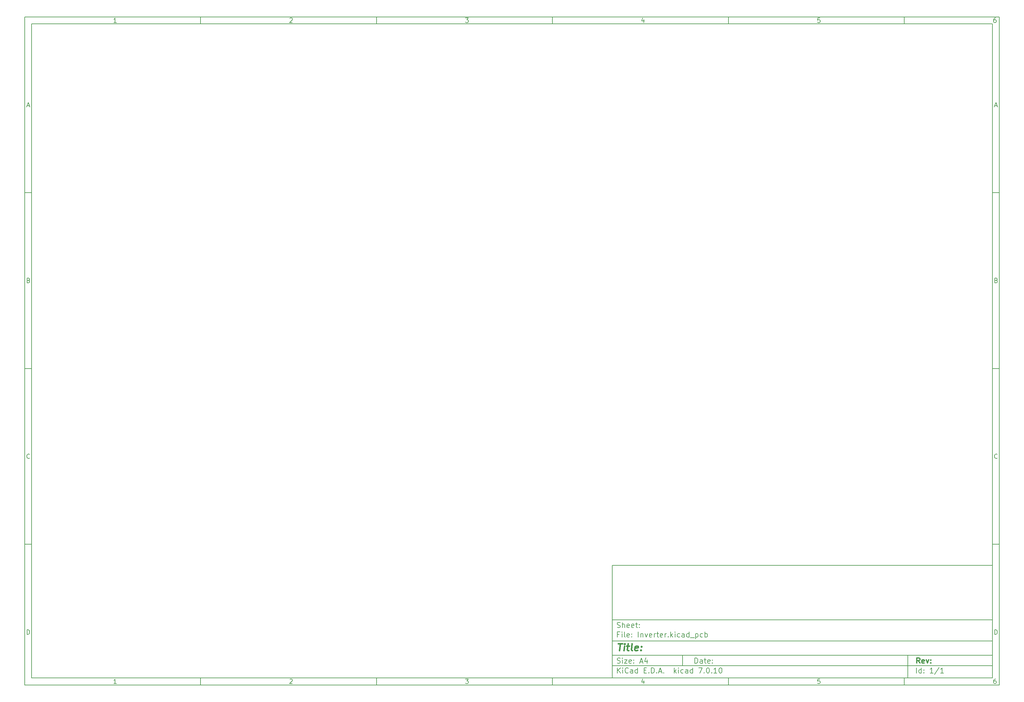
<source format=gbr>
%TF.GenerationSoftware,KiCad,Pcbnew,7.0.10*%
%TF.CreationDate,2024-05-18T21:04:01+03:00*%
%TF.ProjectId,Inverter,496e7665-7274-4657-922e-6b696361645f,rev?*%
%TF.SameCoordinates,Original*%
%TF.FileFunction,Legend,Bot*%
%TF.FilePolarity,Positive*%
%FSLAX46Y46*%
G04 Gerber Fmt 4.6, Leading zero omitted, Abs format (unit mm)*
G04 Created by KiCad (PCBNEW 7.0.10) date 2024-05-18 21:04:01*
%MOMM*%
%LPD*%
G01*
G04 APERTURE LIST*
%ADD10C,0.100000*%
%ADD11C,0.150000*%
%ADD12C,0.300000*%
%ADD13C,0.400000*%
G04 APERTURE END LIST*
D10*
D11*
X177002200Y-166007200D02*
X285002200Y-166007200D01*
X285002200Y-198007200D01*
X177002200Y-198007200D01*
X177002200Y-166007200D01*
D10*
D11*
X10000000Y-10000000D02*
X287002200Y-10000000D01*
X287002200Y-200007200D01*
X10000000Y-200007200D01*
X10000000Y-10000000D01*
D10*
D11*
X12000000Y-12000000D02*
X285002200Y-12000000D01*
X285002200Y-198007200D01*
X12000000Y-198007200D01*
X12000000Y-12000000D01*
D10*
D11*
X60000000Y-12000000D02*
X60000000Y-10000000D01*
D10*
D11*
X110000000Y-12000000D02*
X110000000Y-10000000D01*
D10*
D11*
X160000000Y-12000000D02*
X160000000Y-10000000D01*
D10*
D11*
X210000000Y-12000000D02*
X210000000Y-10000000D01*
D10*
D11*
X260000000Y-12000000D02*
X260000000Y-10000000D01*
D10*
D11*
X36089160Y-11593604D02*
X35346303Y-11593604D01*
X35717731Y-11593604D02*
X35717731Y-10293604D01*
X35717731Y-10293604D02*
X35593922Y-10479319D01*
X35593922Y-10479319D02*
X35470112Y-10603128D01*
X35470112Y-10603128D02*
X35346303Y-10665033D01*
D10*
D11*
X85346303Y-10417414D02*
X85408207Y-10355509D01*
X85408207Y-10355509D02*
X85532017Y-10293604D01*
X85532017Y-10293604D02*
X85841541Y-10293604D01*
X85841541Y-10293604D02*
X85965350Y-10355509D01*
X85965350Y-10355509D02*
X86027255Y-10417414D01*
X86027255Y-10417414D02*
X86089160Y-10541223D01*
X86089160Y-10541223D02*
X86089160Y-10665033D01*
X86089160Y-10665033D02*
X86027255Y-10850747D01*
X86027255Y-10850747D02*
X85284398Y-11593604D01*
X85284398Y-11593604D02*
X86089160Y-11593604D01*
D10*
D11*
X135284398Y-10293604D02*
X136089160Y-10293604D01*
X136089160Y-10293604D02*
X135655826Y-10788842D01*
X135655826Y-10788842D02*
X135841541Y-10788842D01*
X135841541Y-10788842D02*
X135965350Y-10850747D01*
X135965350Y-10850747D02*
X136027255Y-10912652D01*
X136027255Y-10912652D02*
X136089160Y-11036461D01*
X136089160Y-11036461D02*
X136089160Y-11345985D01*
X136089160Y-11345985D02*
X136027255Y-11469795D01*
X136027255Y-11469795D02*
X135965350Y-11531700D01*
X135965350Y-11531700D02*
X135841541Y-11593604D01*
X135841541Y-11593604D02*
X135470112Y-11593604D01*
X135470112Y-11593604D02*
X135346303Y-11531700D01*
X135346303Y-11531700D02*
X135284398Y-11469795D01*
D10*
D11*
X185965350Y-10726938D02*
X185965350Y-11593604D01*
X185655826Y-10231700D02*
X185346303Y-11160271D01*
X185346303Y-11160271D02*
X186151064Y-11160271D01*
D10*
D11*
X236027255Y-10293604D02*
X235408207Y-10293604D01*
X235408207Y-10293604D02*
X235346303Y-10912652D01*
X235346303Y-10912652D02*
X235408207Y-10850747D01*
X235408207Y-10850747D02*
X235532017Y-10788842D01*
X235532017Y-10788842D02*
X235841541Y-10788842D01*
X235841541Y-10788842D02*
X235965350Y-10850747D01*
X235965350Y-10850747D02*
X236027255Y-10912652D01*
X236027255Y-10912652D02*
X236089160Y-11036461D01*
X236089160Y-11036461D02*
X236089160Y-11345985D01*
X236089160Y-11345985D02*
X236027255Y-11469795D01*
X236027255Y-11469795D02*
X235965350Y-11531700D01*
X235965350Y-11531700D02*
X235841541Y-11593604D01*
X235841541Y-11593604D02*
X235532017Y-11593604D01*
X235532017Y-11593604D02*
X235408207Y-11531700D01*
X235408207Y-11531700D02*
X235346303Y-11469795D01*
D10*
D11*
X285965350Y-10293604D02*
X285717731Y-10293604D01*
X285717731Y-10293604D02*
X285593922Y-10355509D01*
X285593922Y-10355509D02*
X285532017Y-10417414D01*
X285532017Y-10417414D02*
X285408207Y-10603128D01*
X285408207Y-10603128D02*
X285346303Y-10850747D01*
X285346303Y-10850747D02*
X285346303Y-11345985D01*
X285346303Y-11345985D02*
X285408207Y-11469795D01*
X285408207Y-11469795D02*
X285470112Y-11531700D01*
X285470112Y-11531700D02*
X285593922Y-11593604D01*
X285593922Y-11593604D02*
X285841541Y-11593604D01*
X285841541Y-11593604D02*
X285965350Y-11531700D01*
X285965350Y-11531700D02*
X286027255Y-11469795D01*
X286027255Y-11469795D02*
X286089160Y-11345985D01*
X286089160Y-11345985D02*
X286089160Y-11036461D01*
X286089160Y-11036461D02*
X286027255Y-10912652D01*
X286027255Y-10912652D02*
X285965350Y-10850747D01*
X285965350Y-10850747D02*
X285841541Y-10788842D01*
X285841541Y-10788842D02*
X285593922Y-10788842D01*
X285593922Y-10788842D02*
X285470112Y-10850747D01*
X285470112Y-10850747D02*
X285408207Y-10912652D01*
X285408207Y-10912652D02*
X285346303Y-11036461D01*
D10*
D11*
X60000000Y-198007200D02*
X60000000Y-200007200D01*
D10*
D11*
X110000000Y-198007200D02*
X110000000Y-200007200D01*
D10*
D11*
X160000000Y-198007200D02*
X160000000Y-200007200D01*
D10*
D11*
X210000000Y-198007200D02*
X210000000Y-200007200D01*
D10*
D11*
X260000000Y-198007200D02*
X260000000Y-200007200D01*
D10*
D11*
X36089160Y-199600804D02*
X35346303Y-199600804D01*
X35717731Y-199600804D02*
X35717731Y-198300804D01*
X35717731Y-198300804D02*
X35593922Y-198486519D01*
X35593922Y-198486519D02*
X35470112Y-198610328D01*
X35470112Y-198610328D02*
X35346303Y-198672233D01*
D10*
D11*
X85346303Y-198424614D02*
X85408207Y-198362709D01*
X85408207Y-198362709D02*
X85532017Y-198300804D01*
X85532017Y-198300804D02*
X85841541Y-198300804D01*
X85841541Y-198300804D02*
X85965350Y-198362709D01*
X85965350Y-198362709D02*
X86027255Y-198424614D01*
X86027255Y-198424614D02*
X86089160Y-198548423D01*
X86089160Y-198548423D02*
X86089160Y-198672233D01*
X86089160Y-198672233D02*
X86027255Y-198857947D01*
X86027255Y-198857947D02*
X85284398Y-199600804D01*
X85284398Y-199600804D02*
X86089160Y-199600804D01*
D10*
D11*
X135284398Y-198300804D02*
X136089160Y-198300804D01*
X136089160Y-198300804D02*
X135655826Y-198796042D01*
X135655826Y-198796042D02*
X135841541Y-198796042D01*
X135841541Y-198796042D02*
X135965350Y-198857947D01*
X135965350Y-198857947D02*
X136027255Y-198919852D01*
X136027255Y-198919852D02*
X136089160Y-199043661D01*
X136089160Y-199043661D02*
X136089160Y-199353185D01*
X136089160Y-199353185D02*
X136027255Y-199476995D01*
X136027255Y-199476995D02*
X135965350Y-199538900D01*
X135965350Y-199538900D02*
X135841541Y-199600804D01*
X135841541Y-199600804D02*
X135470112Y-199600804D01*
X135470112Y-199600804D02*
X135346303Y-199538900D01*
X135346303Y-199538900D02*
X135284398Y-199476995D01*
D10*
D11*
X185965350Y-198734138D02*
X185965350Y-199600804D01*
X185655826Y-198238900D02*
X185346303Y-199167471D01*
X185346303Y-199167471D02*
X186151064Y-199167471D01*
D10*
D11*
X236027255Y-198300804D02*
X235408207Y-198300804D01*
X235408207Y-198300804D02*
X235346303Y-198919852D01*
X235346303Y-198919852D02*
X235408207Y-198857947D01*
X235408207Y-198857947D02*
X235532017Y-198796042D01*
X235532017Y-198796042D02*
X235841541Y-198796042D01*
X235841541Y-198796042D02*
X235965350Y-198857947D01*
X235965350Y-198857947D02*
X236027255Y-198919852D01*
X236027255Y-198919852D02*
X236089160Y-199043661D01*
X236089160Y-199043661D02*
X236089160Y-199353185D01*
X236089160Y-199353185D02*
X236027255Y-199476995D01*
X236027255Y-199476995D02*
X235965350Y-199538900D01*
X235965350Y-199538900D02*
X235841541Y-199600804D01*
X235841541Y-199600804D02*
X235532017Y-199600804D01*
X235532017Y-199600804D02*
X235408207Y-199538900D01*
X235408207Y-199538900D02*
X235346303Y-199476995D01*
D10*
D11*
X285965350Y-198300804D02*
X285717731Y-198300804D01*
X285717731Y-198300804D02*
X285593922Y-198362709D01*
X285593922Y-198362709D02*
X285532017Y-198424614D01*
X285532017Y-198424614D02*
X285408207Y-198610328D01*
X285408207Y-198610328D02*
X285346303Y-198857947D01*
X285346303Y-198857947D02*
X285346303Y-199353185D01*
X285346303Y-199353185D02*
X285408207Y-199476995D01*
X285408207Y-199476995D02*
X285470112Y-199538900D01*
X285470112Y-199538900D02*
X285593922Y-199600804D01*
X285593922Y-199600804D02*
X285841541Y-199600804D01*
X285841541Y-199600804D02*
X285965350Y-199538900D01*
X285965350Y-199538900D02*
X286027255Y-199476995D01*
X286027255Y-199476995D02*
X286089160Y-199353185D01*
X286089160Y-199353185D02*
X286089160Y-199043661D01*
X286089160Y-199043661D02*
X286027255Y-198919852D01*
X286027255Y-198919852D02*
X285965350Y-198857947D01*
X285965350Y-198857947D02*
X285841541Y-198796042D01*
X285841541Y-198796042D02*
X285593922Y-198796042D01*
X285593922Y-198796042D02*
X285470112Y-198857947D01*
X285470112Y-198857947D02*
X285408207Y-198919852D01*
X285408207Y-198919852D02*
X285346303Y-199043661D01*
D10*
D11*
X10000000Y-60000000D02*
X12000000Y-60000000D01*
D10*
D11*
X10000000Y-110000000D02*
X12000000Y-110000000D01*
D10*
D11*
X10000000Y-160000000D02*
X12000000Y-160000000D01*
D10*
D11*
X10690476Y-35222176D02*
X11309523Y-35222176D01*
X10566666Y-35593604D02*
X10999999Y-34293604D01*
X10999999Y-34293604D02*
X11433333Y-35593604D01*
D10*
D11*
X11092857Y-84912652D02*
X11278571Y-84974557D01*
X11278571Y-84974557D02*
X11340476Y-85036461D01*
X11340476Y-85036461D02*
X11402380Y-85160271D01*
X11402380Y-85160271D02*
X11402380Y-85345985D01*
X11402380Y-85345985D02*
X11340476Y-85469795D01*
X11340476Y-85469795D02*
X11278571Y-85531700D01*
X11278571Y-85531700D02*
X11154761Y-85593604D01*
X11154761Y-85593604D02*
X10659523Y-85593604D01*
X10659523Y-85593604D02*
X10659523Y-84293604D01*
X10659523Y-84293604D02*
X11092857Y-84293604D01*
X11092857Y-84293604D02*
X11216666Y-84355509D01*
X11216666Y-84355509D02*
X11278571Y-84417414D01*
X11278571Y-84417414D02*
X11340476Y-84541223D01*
X11340476Y-84541223D02*
X11340476Y-84665033D01*
X11340476Y-84665033D02*
X11278571Y-84788842D01*
X11278571Y-84788842D02*
X11216666Y-84850747D01*
X11216666Y-84850747D02*
X11092857Y-84912652D01*
X11092857Y-84912652D02*
X10659523Y-84912652D01*
D10*
D11*
X11402380Y-135469795D02*
X11340476Y-135531700D01*
X11340476Y-135531700D02*
X11154761Y-135593604D01*
X11154761Y-135593604D02*
X11030952Y-135593604D01*
X11030952Y-135593604D02*
X10845238Y-135531700D01*
X10845238Y-135531700D02*
X10721428Y-135407890D01*
X10721428Y-135407890D02*
X10659523Y-135284080D01*
X10659523Y-135284080D02*
X10597619Y-135036461D01*
X10597619Y-135036461D02*
X10597619Y-134850747D01*
X10597619Y-134850747D02*
X10659523Y-134603128D01*
X10659523Y-134603128D02*
X10721428Y-134479319D01*
X10721428Y-134479319D02*
X10845238Y-134355509D01*
X10845238Y-134355509D02*
X11030952Y-134293604D01*
X11030952Y-134293604D02*
X11154761Y-134293604D01*
X11154761Y-134293604D02*
X11340476Y-134355509D01*
X11340476Y-134355509D02*
X11402380Y-134417414D01*
D10*
D11*
X10659523Y-185593604D02*
X10659523Y-184293604D01*
X10659523Y-184293604D02*
X10969047Y-184293604D01*
X10969047Y-184293604D02*
X11154761Y-184355509D01*
X11154761Y-184355509D02*
X11278571Y-184479319D01*
X11278571Y-184479319D02*
X11340476Y-184603128D01*
X11340476Y-184603128D02*
X11402380Y-184850747D01*
X11402380Y-184850747D02*
X11402380Y-185036461D01*
X11402380Y-185036461D02*
X11340476Y-185284080D01*
X11340476Y-185284080D02*
X11278571Y-185407890D01*
X11278571Y-185407890D02*
X11154761Y-185531700D01*
X11154761Y-185531700D02*
X10969047Y-185593604D01*
X10969047Y-185593604D02*
X10659523Y-185593604D01*
D10*
D11*
X287002200Y-60000000D02*
X285002200Y-60000000D01*
D10*
D11*
X287002200Y-110000000D02*
X285002200Y-110000000D01*
D10*
D11*
X287002200Y-160000000D02*
X285002200Y-160000000D01*
D10*
D11*
X285692676Y-35222176D02*
X286311723Y-35222176D01*
X285568866Y-35593604D02*
X286002199Y-34293604D01*
X286002199Y-34293604D02*
X286435533Y-35593604D01*
D10*
D11*
X286095057Y-84912652D02*
X286280771Y-84974557D01*
X286280771Y-84974557D02*
X286342676Y-85036461D01*
X286342676Y-85036461D02*
X286404580Y-85160271D01*
X286404580Y-85160271D02*
X286404580Y-85345985D01*
X286404580Y-85345985D02*
X286342676Y-85469795D01*
X286342676Y-85469795D02*
X286280771Y-85531700D01*
X286280771Y-85531700D02*
X286156961Y-85593604D01*
X286156961Y-85593604D02*
X285661723Y-85593604D01*
X285661723Y-85593604D02*
X285661723Y-84293604D01*
X285661723Y-84293604D02*
X286095057Y-84293604D01*
X286095057Y-84293604D02*
X286218866Y-84355509D01*
X286218866Y-84355509D02*
X286280771Y-84417414D01*
X286280771Y-84417414D02*
X286342676Y-84541223D01*
X286342676Y-84541223D02*
X286342676Y-84665033D01*
X286342676Y-84665033D02*
X286280771Y-84788842D01*
X286280771Y-84788842D02*
X286218866Y-84850747D01*
X286218866Y-84850747D02*
X286095057Y-84912652D01*
X286095057Y-84912652D02*
X285661723Y-84912652D01*
D10*
D11*
X286404580Y-135469795D02*
X286342676Y-135531700D01*
X286342676Y-135531700D02*
X286156961Y-135593604D01*
X286156961Y-135593604D02*
X286033152Y-135593604D01*
X286033152Y-135593604D02*
X285847438Y-135531700D01*
X285847438Y-135531700D02*
X285723628Y-135407890D01*
X285723628Y-135407890D02*
X285661723Y-135284080D01*
X285661723Y-135284080D02*
X285599819Y-135036461D01*
X285599819Y-135036461D02*
X285599819Y-134850747D01*
X285599819Y-134850747D02*
X285661723Y-134603128D01*
X285661723Y-134603128D02*
X285723628Y-134479319D01*
X285723628Y-134479319D02*
X285847438Y-134355509D01*
X285847438Y-134355509D02*
X286033152Y-134293604D01*
X286033152Y-134293604D02*
X286156961Y-134293604D01*
X286156961Y-134293604D02*
X286342676Y-134355509D01*
X286342676Y-134355509D02*
X286404580Y-134417414D01*
D10*
D11*
X285661723Y-185593604D02*
X285661723Y-184293604D01*
X285661723Y-184293604D02*
X285971247Y-184293604D01*
X285971247Y-184293604D02*
X286156961Y-184355509D01*
X286156961Y-184355509D02*
X286280771Y-184479319D01*
X286280771Y-184479319D02*
X286342676Y-184603128D01*
X286342676Y-184603128D02*
X286404580Y-184850747D01*
X286404580Y-184850747D02*
X286404580Y-185036461D01*
X286404580Y-185036461D02*
X286342676Y-185284080D01*
X286342676Y-185284080D02*
X286280771Y-185407890D01*
X286280771Y-185407890D02*
X286156961Y-185531700D01*
X286156961Y-185531700D02*
X285971247Y-185593604D01*
X285971247Y-185593604D02*
X285661723Y-185593604D01*
D10*
D11*
X200458026Y-193793328D02*
X200458026Y-192293328D01*
X200458026Y-192293328D02*
X200815169Y-192293328D01*
X200815169Y-192293328D02*
X201029455Y-192364757D01*
X201029455Y-192364757D02*
X201172312Y-192507614D01*
X201172312Y-192507614D02*
X201243741Y-192650471D01*
X201243741Y-192650471D02*
X201315169Y-192936185D01*
X201315169Y-192936185D02*
X201315169Y-193150471D01*
X201315169Y-193150471D02*
X201243741Y-193436185D01*
X201243741Y-193436185D02*
X201172312Y-193579042D01*
X201172312Y-193579042D02*
X201029455Y-193721900D01*
X201029455Y-193721900D02*
X200815169Y-193793328D01*
X200815169Y-193793328D02*
X200458026Y-193793328D01*
X202600884Y-193793328D02*
X202600884Y-193007614D01*
X202600884Y-193007614D02*
X202529455Y-192864757D01*
X202529455Y-192864757D02*
X202386598Y-192793328D01*
X202386598Y-192793328D02*
X202100884Y-192793328D01*
X202100884Y-192793328D02*
X201958026Y-192864757D01*
X202600884Y-193721900D02*
X202458026Y-193793328D01*
X202458026Y-193793328D02*
X202100884Y-193793328D01*
X202100884Y-193793328D02*
X201958026Y-193721900D01*
X201958026Y-193721900D02*
X201886598Y-193579042D01*
X201886598Y-193579042D02*
X201886598Y-193436185D01*
X201886598Y-193436185D02*
X201958026Y-193293328D01*
X201958026Y-193293328D02*
X202100884Y-193221900D01*
X202100884Y-193221900D02*
X202458026Y-193221900D01*
X202458026Y-193221900D02*
X202600884Y-193150471D01*
X203100884Y-192793328D02*
X203672312Y-192793328D01*
X203315169Y-192293328D02*
X203315169Y-193579042D01*
X203315169Y-193579042D02*
X203386598Y-193721900D01*
X203386598Y-193721900D02*
X203529455Y-193793328D01*
X203529455Y-193793328D02*
X203672312Y-193793328D01*
X204743741Y-193721900D02*
X204600884Y-193793328D01*
X204600884Y-193793328D02*
X204315170Y-193793328D01*
X204315170Y-193793328D02*
X204172312Y-193721900D01*
X204172312Y-193721900D02*
X204100884Y-193579042D01*
X204100884Y-193579042D02*
X204100884Y-193007614D01*
X204100884Y-193007614D02*
X204172312Y-192864757D01*
X204172312Y-192864757D02*
X204315170Y-192793328D01*
X204315170Y-192793328D02*
X204600884Y-192793328D01*
X204600884Y-192793328D02*
X204743741Y-192864757D01*
X204743741Y-192864757D02*
X204815170Y-193007614D01*
X204815170Y-193007614D02*
X204815170Y-193150471D01*
X204815170Y-193150471D02*
X204100884Y-193293328D01*
X205458026Y-193650471D02*
X205529455Y-193721900D01*
X205529455Y-193721900D02*
X205458026Y-193793328D01*
X205458026Y-193793328D02*
X205386598Y-193721900D01*
X205386598Y-193721900D02*
X205458026Y-193650471D01*
X205458026Y-193650471D02*
X205458026Y-193793328D01*
X205458026Y-192864757D02*
X205529455Y-192936185D01*
X205529455Y-192936185D02*
X205458026Y-193007614D01*
X205458026Y-193007614D02*
X205386598Y-192936185D01*
X205386598Y-192936185D02*
X205458026Y-192864757D01*
X205458026Y-192864757D02*
X205458026Y-193007614D01*
D10*
D11*
X177002200Y-194507200D02*
X285002200Y-194507200D01*
D10*
D11*
X178458026Y-196593328D02*
X178458026Y-195093328D01*
X179315169Y-196593328D02*
X178672312Y-195736185D01*
X179315169Y-195093328D02*
X178458026Y-195950471D01*
X179958026Y-196593328D02*
X179958026Y-195593328D01*
X179958026Y-195093328D02*
X179886598Y-195164757D01*
X179886598Y-195164757D02*
X179958026Y-195236185D01*
X179958026Y-195236185D02*
X180029455Y-195164757D01*
X180029455Y-195164757D02*
X179958026Y-195093328D01*
X179958026Y-195093328D02*
X179958026Y-195236185D01*
X181529455Y-196450471D02*
X181458027Y-196521900D01*
X181458027Y-196521900D02*
X181243741Y-196593328D01*
X181243741Y-196593328D02*
X181100884Y-196593328D01*
X181100884Y-196593328D02*
X180886598Y-196521900D01*
X180886598Y-196521900D02*
X180743741Y-196379042D01*
X180743741Y-196379042D02*
X180672312Y-196236185D01*
X180672312Y-196236185D02*
X180600884Y-195950471D01*
X180600884Y-195950471D02*
X180600884Y-195736185D01*
X180600884Y-195736185D02*
X180672312Y-195450471D01*
X180672312Y-195450471D02*
X180743741Y-195307614D01*
X180743741Y-195307614D02*
X180886598Y-195164757D01*
X180886598Y-195164757D02*
X181100884Y-195093328D01*
X181100884Y-195093328D02*
X181243741Y-195093328D01*
X181243741Y-195093328D02*
X181458027Y-195164757D01*
X181458027Y-195164757D02*
X181529455Y-195236185D01*
X182815170Y-196593328D02*
X182815170Y-195807614D01*
X182815170Y-195807614D02*
X182743741Y-195664757D01*
X182743741Y-195664757D02*
X182600884Y-195593328D01*
X182600884Y-195593328D02*
X182315170Y-195593328D01*
X182315170Y-195593328D02*
X182172312Y-195664757D01*
X182815170Y-196521900D02*
X182672312Y-196593328D01*
X182672312Y-196593328D02*
X182315170Y-196593328D01*
X182315170Y-196593328D02*
X182172312Y-196521900D01*
X182172312Y-196521900D02*
X182100884Y-196379042D01*
X182100884Y-196379042D02*
X182100884Y-196236185D01*
X182100884Y-196236185D02*
X182172312Y-196093328D01*
X182172312Y-196093328D02*
X182315170Y-196021900D01*
X182315170Y-196021900D02*
X182672312Y-196021900D01*
X182672312Y-196021900D02*
X182815170Y-195950471D01*
X184172313Y-196593328D02*
X184172313Y-195093328D01*
X184172313Y-196521900D02*
X184029455Y-196593328D01*
X184029455Y-196593328D02*
X183743741Y-196593328D01*
X183743741Y-196593328D02*
X183600884Y-196521900D01*
X183600884Y-196521900D02*
X183529455Y-196450471D01*
X183529455Y-196450471D02*
X183458027Y-196307614D01*
X183458027Y-196307614D02*
X183458027Y-195879042D01*
X183458027Y-195879042D02*
X183529455Y-195736185D01*
X183529455Y-195736185D02*
X183600884Y-195664757D01*
X183600884Y-195664757D02*
X183743741Y-195593328D01*
X183743741Y-195593328D02*
X184029455Y-195593328D01*
X184029455Y-195593328D02*
X184172313Y-195664757D01*
X186029455Y-195807614D02*
X186529455Y-195807614D01*
X186743741Y-196593328D02*
X186029455Y-196593328D01*
X186029455Y-196593328D02*
X186029455Y-195093328D01*
X186029455Y-195093328D02*
X186743741Y-195093328D01*
X187386598Y-196450471D02*
X187458027Y-196521900D01*
X187458027Y-196521900D02*
X187386598Y-196593328D01*
X187386598Y-196593328D02*
X187315170Y-196521900D01*
X187315170Y-196521900D02*
X187386598Y-196450471D01*
X187386598Y-196450471D02*
X187386598Y-196593328D01*
X188100884Y-196593328D02*
X188100884Y-195093328D01*
X188100884Y-195093328D02*
X188458027Y-195093328D01*
X188458027Y-195093328D02*
X188672313Y-195164757D01*
X188672313Y-195164757D02*
X188815170Y-195307614D01*
X188815170Y-195307614D02*
X188886599Y-195450471D01*
X188886599Y-195450471D02*
X188958027Y-195736185D01*
X188958027Y-195736185D02*
X188958027Y-195950471D01*
X188958027Y-195950471D02*
X188886599Y-196236185D01*
X188886599Y-196236185D02*
X188815170Y-196379042D01*
X188815170Y-196379042D02*
X188672313Y-196521900D01*
X188672313Y-196521900D02*
X188458027Y-196593328D01*
X188458027Y-196593328D02*
X188100884Y-196593328D01*
X189600884Y-196450471D02*
X189672313Y-196521900D01*
X189672313Y-196521900D02*
X189600884Y-196593328D01*
X189600884Y-196593328D02*
X189529456Y-196521900D01*
X189529456Y-196521900D02*
X189600884Y-196450471D01*
X189600884Y-196450471D02*
X189600884Y-196593328D01*
X190243742Y-196164757D02*
X190958028Y-196164757D01*
X190100885Y-196593328D02*
X190600885Y-195093328D01*
X190600885Y-195093328D02*
X191100885Y-196593328D01*
X191600884Y-196450471D02*
X191672313Y-196521900D01*
X191672313Y-196521900D02*
X191600884Y-196593328D01*
X191600884Y-196593328D02*
X191529456Y-196521900D01*
X191529456Y-196521900D02*
X191600884Y-196450471D01*
X191600884Y-196450471D02*
X191600884Y-196593328D01*
X194600884Y-196593328D02*
X194600884Y-195093328D01*
X194743742Y-196021900D02*
X195172313Y-196593328D01*
X195172313Y-195593328D02*
X194600884Y-196164757D01*
X195815170Y-196593328D02*
X195815170Y-195593328D01*
X195815170Y-195093328D02*
X195743742Y-195164757D01*
X195743742Y-195164757D02*
X195815170Y-195236185D01*
X195815170Y-195236185D02*
X195886599Y-195164757D01*
X195886599Y-195164757D02*
X195815170Y-195093328D01*
X195815170Y-195093328D02*
X195815170Y-195236185D01*
X197172314Y-196521900D02*
X197029456Y-196593328D01*
X197029456Y-196593328D02*
X196743742Y-196593328D01*
X196743742Y-196593328D02*
X196600885Y-196521900D01*
X196600885Y-196521900D02*
X196529456Y-196450471D01*
X196529456Y-196450471D02*
X196458028Y-196307614D01*
X196458028Y-196307614D02*
X196458028Y-195879042D01*
X196458028Y-195879042D02*
X196529456Y-195736185D01*
X196529456Y-195736185D02*
X196600885Y-195664757D01*
X196600885Y-195664757D02*
X196743742Y-195593328D01*
X196743742Y-195593328D02*
X197029456Y-195593328D01*
X197029456Y-195593328D02*
X197172314Y-195664757D01*
X198458028Y-196593328D02*
X198458028Y-195807614D01*
X198458028Y-195807614D02*
X198386599Y-195664757D01*
X198386599Y-195664757D02*
X198243742Y-195593328D01*
X198243742Y-195593328D02*
X197958028Y-195593328D01*
X197958028Y-195593328D02*
X197815170Y-195664757D01*
X198458028Y-196521900D02*
X198315170Y-196593328D01*
X198315170Y-196593328D02*
X197958028Y-196593328D01*
X197958028Y-196593328D02*
X197815170Y-196521900D01*
X197815170Y-196521900D02*
X197743742Y-196379042D01*
X197743742Y-196379042D02*
X197743742Y-196236185D01*
X197743742Y-196236185D02*
X197815170Y-196093328D01*
X197815170Y-196093328D02*
X197958028Y-196021900D01*
X197958028Y-196021900D02*
X198315170Y-196021900D01*
X198315170Y-196021900D02*
X198458028Y-195950471D01*
X199815171Y-196593328D02*
X199815171Y-195093328D01*
X199815171Y-196521900D02*
X199672313Y-196593328D01*
X199672313Y-196593328D02*
X199386599Y-196593328D01*
X199386599Y-196593328D02*
X199243742Y-196521900D01*
X199243742Y-196521900D02*
X199172313Y-196450471D01*
X199172313Y-196450471D02*
X199100885Y-196307614D01*
X199100885Y-196307614D02*
X199100885Y-195879042D01*
X199100885Y-195879042D02*
X199172313Y-195736185D01*
X199172313Y-195736185D02*
X199243742Y-195664757D01*
X199243742Y-195664757D02*
X199386599Y-195593328D01*
X199386599Y-195593328D02*
X199672313Y-195593328D01*
X199672313Y-195593328D02*
X199815171Y-195664757D01*
X201529456Y-195093328D02*
X202529456Y-195093328D01*
X202529456Y-195093328D02*
X201886599Y-196593328D01*
X203100884Y-196450471D02*
X203172313Y-196521900D01*
X203172313Y-196521900D02*
X203100884Y-196593328D01*
X203100884Y-196593328D02*
X203029456Y-196521900D01*
X203029456Y-196521900D02*
X203100884Y-196450471D01*
X203100884Y-196450471D02*
X203100884Y-196593328D01*
X204100885Y-195093328D02*
X204243742Y-195093328D01*
X204243742Y-195093328D02*
X204386599Y-195164757D01*
X204386599Y-195164757D02*
X204458028Y-195236185D01*
X204458028Y-195236185D02*
X204529456Y-195379042D01*
X204529456Y-195379042D02*
X204600885Y-195664757D01*
X204600885Y-195664757D02*
X204600885Y-196021900D01*
X204600885Y-196021900D02*
X204529456Y-196307614D01*
X204529456Y-196307614D02*
X204458028Y-196450471D01*
X204458028Y-196450471D02*
X204386599Y-196521900D01*
X204386599Y-196521900D02*
X204243742Y-196593328D01*
X204243742Y-196593328D02*
X204100885Y-196593328D01*
X204100885Y-196593328D02*
X203958028Y-196521900D01*
X203958028Y-196521900D02*
X203886599Y-196450471D01*
X203886599Y-196450471D02*
X203815170Y-196307614D01*
X203815170Y-196307614D02*
X203743742Y-196021900D01*
X203743742Y-196021900D02*
X203743742Y-195664757D01*
X203743742Y-195664757D02*
X203815170Y-195379042D01*
X203815170Y-195379042D02*
X203886599Y-195236185D01*
X203886599Y-195236185D02*
X203958028Y-195164757D01*
X203958028Y-195164757D02*
X204100885Y-195093328D01*
X205243741Y-196450471D02*
X205315170Y-196521900D01*
X205315170Y-196521900D02*
X205243741Y-196593328D01*
X205243741Y-196593328D02*
X205172313Y-196521900D01*
X205172313Y-196521900D02*
X205243741Y-196450471D01*
X205243741Y-196450471D02*
X205243741Y-196593328D01*
X206743742Y-196593328D02*
X205886599Y-196593328D01*
X206315170Y-196593328D02*
X206315170Y-195093328D01*
X206315170Y-195093328D02*
X206172313Y-195307614D01*
X206172313Y-195307614D02*
X206029456Y-195450471D01*
X206029456Y-195450471D02*
X205886599Y-195521900D01*
X207672313Y-195093328D02*
X207815170Y-195093328D01*
X207815170Y-195093328D02*
X207958027Y-195164757D01*
X207958027Y-195164757D02*
X208029456Y-195236185D01*
X208029456Y-195236185D02*
X208100884Y-195379042D01*
X208100884Y-195379042D02*
X208172313Y-195664757D01*
X208172313Y-195664757D02*
X208172313Y-196021900D01*
X208172313Y-196021900D02*
X208100884Y-196307614D01*
X208100884Y-196307614D02*
X208029456Y-196450471D01*
X208029456Y-196450471D02*
X207958027Y-196521900D01*
X207958027Y-196521900D02*
X207815170Y-196593328D01*
X207815170Y-196593328D02*
X207672313Y-196593328D01*
X207672313Y-196593328D02*
X207529456Y-196521900D01*
X207529456Y-196521900D02*
X207458027Y-196450471D01*
X207458027Y-196450471D02*
X207386598Y-196307614D01*
X207386598Y-196307614D02*
X207315170Y-196021900D01*
X207315170Y-196021900D02*
X207315170Y-195664757D01*
X207315170Y-195664757D02*
X207386598Y-195379042D01*
X207386598Y-195379042D02*
X207458027Y-195236185D01*
X207458027Y-195236185D02*
X207529456Y-195164757D01*
X207529456Y-195164757D02*
X207672313Y-195093328D01*
D10*
D11*
X177002200Y-191507200D02*
X285002200Y-191507200D01*
D10*
D12*
X264413853Y-193785528D02*
X263913853Y-193071242D01*
X263556710Y-193785528D02*
X263556710Y-192285528D01*
X263556710Y-192285528D02*
X264128139Y-192285528D01*
X264128139Y-192285528D02*
X264270996Y-192356957D01*
X264270996Y-192356957D02*
X264342425Y-192428385D01*
X264342425Y-192428385D02*
X264413853Y-192571242D01*
X264413853Y-192571242D02*
X264413853Y-192785528D01*
X264413853Y-192785528D02*
X264342425Y-192928385D01*
X264342425Y-192928385D02*
X264270996Y-192999814D01*
X264270996Y-192999814D02*
X264128139Y-193071242D01*
X264128139Y-193071242D02*
X263556710Y-193071242D01*
X265628139Y-193714100D02*
X265485282Y-193785528D01*
X265485282Y-193785528D02*
X265199568Y-193785528D01*
X265199568Y-193785528D02*
X265056710Y-193714100D01*
X265056710Y-193714100D02*
X264985282Y-193571242D01*
X264985282Y-193571242D02*
X264985282Y-192999814D01*
X264985282Y-192999814D02*
X265056710Y-192856957D01*
X265056710Y-192856957D02*
X265199568Y-192785528D01*
X265199568Y-192785528D02*
X265485282Y-192785528D01*
X265485282Y-192785528D02*
X265628139Y-192856957D01*
X265628139Y-192856957D02*
X265699568Y-192999814D01*
X265699568Y-192999814D02*
X265699568Y-193142671D01*
X265699568Y-193142671D02*
X264985282Y-193285528D01*
X266199567Y-192785528D02*
X266556710Y-193785528D01*
X266556710Y-193785528D02*
X266913853Y-192785528D01*
X267485281Y-193642671D02*
X267556710Y-193714100D01*
X267556710Y-193714100D02*
X267485281Y-193785528D01*
X267485281Y-193785528D02*
X267413853Y-193714100D01*
X267413853Y-193714100D02*
X267485281Y-193642671D01*
X267485281Y-193642671D02*
X267485281Y-193785528D01*
X267485281Y-192856957D02*
X267556710Y-192928385D01*
X267556710Y-192928385D02*
X267485281Y-192999814D01*
X267485281Y-192999814D02*
X267413853Y-192928385D01*
X267413853Y-192928385D02*
X267485281Y-192856957D01*
X267485281Y-192856957D02*
X267485281Y-192999814D01*
D10*
D11*
X178386598Y-193721900D02*
X178600884Y-193793328D01*
X178600884Y-193793328D02*
X178958026Y-193793328D01*
X178958026Y-193793328D02*
X179100884Y-193721900D01*
X179100884Y-193721900D02*
X179172312Y-193650471D01*
X179172312Y-193650471D02*
X179243741Y-193507614D01*
X179243741Y-193507614D02*
X179243741Y-193364757D01*
X179243741Y-193364757D02*
X179172312Y-193221900D01*
X179172312Y-193221900D02*
X179100884Y-193150471D01*
X179100884Y-193150471D02*
X178958026Y-193079042D01*
X178958026Y-193079042D02*
X178672312Y-193007614D01*
X178672312Y-193007614D02*
X178529455Y-192936185D01*
X178529455Y-192936185D02*
X178458026Y-192864757D01*
X178458026Y-192864757D02*
X178386598Y-192721900D01*
X178386598Y-192721900D02*
X178386598Y-192579042D01*
X178386598Y-192579042D02*
X178458026Y-192436185D01*
X178458026Y-192436185D02*
X178529455Y-192364757D01*
X178529455Y-192364757D02*
X178672312Y-192293328D01*
X178672312Y-192293328D02*
X179029455Y-192293328D01*
X179029455Y-192293328D02*
X179243741Y-192364757D01*
X179886597Y-193793328D02*
X179886597Y-192793328D01*
X179886597Y-192293328D02*
X179815169Y-192364757D01*
X179815169Y-192364757D02*
X179886597Y-192436185D01*
X179886597Y-192436185D02*
X179958026Y-192364757D01*
X179958026Y-192364757D02*
X179886597Y-192293328D01*
X179886597Y-192293328D02*
X179886597Y-192436185D01*
X180458026Y-192793328D02*
X181243741Y-192793328D01*
X181243741Y-192793328D02*
X180458026Y-193793328D01*
X180458026Y-193793328D02*
X181243741Y-193793328D01*
X182386598Y-193721900D02*
X182243741Y-193793328D01*
X182243741Y-193793328D02*
X181958027Y-193793328D01*
X181958027Y-193793328D02*
X181815169Y-193721900D01*
X181815169Y-193721900D02*
X181743741Y-193579042D01*
X181743741Y-193579042D02*
X181743741Y-193007614D01*
X181743741Y-193007614D02*
X181815169Y-192864757D01*
X181815169Y-192864757D02*
X181958027Y-192793328D01*
X181958027Y-192793328D02*
X182243741Y-192793328D01*
X182243741Y-192793328D02*
X182386598Y-192864757D01*
X182386598Y-192864757D02*
X182458027Y-193007614D01*
X182458027Y-193007614D02*
X182458027Y-193150471D01*
X182458027Y-193150471D02*
X181743741Y-193293328D01*
X183100883Y-193650471D02*
X183172312Y-193721900D01*
X183172312Y-193721900D02*
X183100883Y-193793328D01*
X183100883Y-193793328D02*
X183029455Y-193721900D01*
X183029455Y-193721900D02*
X183100883Y-193650471D01*
X183100883Y-193650471D02*
X183100883Y-193793328D01*
X183100883Y-192864757D02*
X183172312Y-192936185D01*
X183172312Y-192936185D02*
X183100883Y-193007614D01*
X183100883Y-193007614D02*
X183029455Y-192936185D01*
X183029455Y-192936185D02*
X183100883Y-192864757D01*
X183100883Y-192864757D02*
X183100883Y-193007614D01*
X184886598Y-193364757D02*
X185600884Y-193364757D01*
X184743741Y-193793328D02*
X185243741Y-192293328D01*
X185243741Y-192293328D02*
X185743741Y-193793328D01*
X186886598Y-192793328D02*
X186886598Y-193793328D01*
X186529455Y-192221900D02*
X186172312Y-193293328D01*
X186172312Y-193293328D02*
X187100883Y-193293328D01*
D10*
D11*
X263458026Y-196593328D02*
X263458026Y-195093328D01*
X264815170Y-196593328D02*
X264815170Y-195093328D01*
X264815170Y-196521900D02*
X264672312Y-196593328D01*
X264672312Y-196593328D02*
X264386598Y-196593328D01*
X264386598Y-196593328D02*
X264243741Y-196521900D01*
X264243741Y-196521900D02*
X264172312Y-196450471D01*
X264172312Y-196450471D02*
X264100884Y-196307614D01*
X264100884Y-196307614D02*
X264100884Y-195879042D01*
X264100884Y-195879042D02*
X264172312Y-195736185D01*
X264172312Y-195736185D02*
X264243741Y-195664757D01*
X264243741Y-195664757D02*
X264386598Y-195593328D01*
X264386598Y-195593328D02*
X264672312Y-195593328D01*
X264672312Y-195593328D02*
X264815170Y-195664757D01*
X265529455Y-196450471D02*
X265600884Y-196521900D01*
X265600884Y-196521900D02*
X265529455Y-196593328D01*
X265529455Y-196593328D02*
X265458027Y-196521900D01*
X265458027Y-196521900D02*
X265529455Y-196450471D01*
X265529455Y-196450471D02*
X265529455Y-196593328D01*
X265529455Y-195664757D02*
X265600884Y-195736185D01*
X265600884Y-195736185D02*
X265529455Y-195807614D01*
X265529455Y-195807614D02*
X265458027Y-195736185D01*
X265458027Y-195736185D02*
X265529455Y-195664757D01*
X265529455Y-195664757D02*
X265529455Y-195807614D01*
X268172313Y-196593328D02*
X267315170Y-196593328D01*
X267743741Y-196593328D02*
X267743741Y-195093328D01*
X267743741Y-195093328D02*
X267600884Y-195307614D01*
X267600884Y-195307614D02*
X267458027Y-195450471D01*
X267458027Y-195450471D02*
X267315170Y-195521900D01*
X269886598Y-195021900D02*
X268600884Y-196950471D01*
X271172313Y-196593328D02*
X270315170Y-196593328D01*
X270743741Y-196593328D02*
X270743741Y-195093328D01*
X270743741Y-195093328D02*
X270600884Y-195307614D01*
X270600884Y-195307614D02*
X270458027Y-195450471D01*
X270458027Y-195450471D02*
X270315170Y-195521900D01*
D10*
D11*
X177002200Y-187507200D02*
X285002200Y-187507200D01*
D10*
D13*
X178693928Y-188211638D02*
X179836785Y-188211638D01*
X179015357Y-190211638D02*
X179265357Y-188211638D01*
X180253452Y-190211638D02*
X180420119Y-188878304D01*
X180503452Y-188211638D02*
X180396309Y-188306876D01*
X180396309Y-188306876D02*
X180479643Y-188402114D01*
X180479643Y-188402114D02*
X180586786Y-188306876D01*
X180586786Y-188306876D02*
X180503452Y-188211638D01*
X180503452Y-188211638D02*
X180479643Y-188402114D01*
X181086786Y-188878304D02*
X181848690Y-188878304D01*
X181455833Y-188211638D02*
X181241548Y-189925923D01*
X181241548Y-189925923D02*
X181312976Y-190116400D01*
X181312976Y-190116400D02*
X181491548Y-190211638D01*
X181491548Y-190211638D02*
X181682024Y-190211638D01*
X182634405Y-190211638D02*
X182455833Y-190116400D01*
X182455833Y-190116400D02*
X182384405Y-189925923D01*
X182384405Y-189925923D02*
X182598690Y-188211638D01*
X184170119Y-190116400D02*
X183967738Y-190211638D01*
X183967738Y-190211638D02*
X183586785Y-190211638D01*
X183586785Y-190211638D02*
X183408214Y-190116400D01*
X183408214Y-190116400D02*
X183336785Y-189925923D01*
X183336785Y-189925923D02*
X183432024Y-189164019D01*
X183432024Y-189164019D02*
X183551071Y-188973542D01*
X183551071Y-188973542D02*
X183753452Y-188878304D01*
X183753452Y-188878304D02*
X184134404Y-188878304D01*
X184134404Y-188878304D02*
X184312976Y-188973542D01*
X184312976Y-188973542D02*
X184384404Y-189164019D01*
X184384404Y-189164019D02*
X184360595Y-189354495D01*
X184360595Y-189354495D02*
X183384404Y-189544971D01*
X185134405Y-190021161D02*
X185217738Y-190116400D01*
X185217738Y-190116400D02*
X185110595Y-190211638D01*
X185110595Y-190211638D02*
X185027262Y-190116400D01*
X185027262Y-190116400D02*
X185134405Y-190021161D01*
X185134405Y-190021161D02*
X185110595Y-190211638D01*
X185265357Y-188973542D02*
X185348690Y-189068780D01*
X185348690Y-189068780D02*
X185241548Y-189164019D01*
X185241548Y-189164019D02*
X185158214Y-189068780D01*
X185158214Y-189068780D02*
X185265357Y-188973542D01*
X185265357Y-188973542D02*
X185241548Y-189164019D01*
D10*
D11*
X178958026Y-185607614D02*
X178458026Y-185607614D01*
X178458026Y-186393328D02*
X178458026Y-184893328D01*
X178458026Y-184893328D02*
X179172312Y-184893328D01*
X179743740Y-186393328D02*
X179743740Y-185393328D01*
X179743740Y-184893328D02*
X179672312Y-184964757D01*
X179672312Y-184964757D02*
X179743740Y-185036185D01*
X179743740Y-185036185D02*
X179815169Y-184964757D01*
X179815169Y-184964757D02*
X179743740Y-184893328D01*
X179743740Y-184893328D02*
X179743740Y-185036185D01*
X180672312Y-186393328D02*
X180529455Y-186321900D01*
X180529455Y-186321900D02*
X180458026Y-186179042D01*
X180458026Y-186179042D02*
X180458026Y-184893328D01*
X181815169Y-186321900D02*
X181672312Y-186393328D01*
X181672312Y-186393328D02*
X181386598Y-186393328D01*
X181386598Y-186393328D02*
X181243740Y-186321900D01*
X181243740Y-186321900D02*
X181172312Y-186179042D01*
X181172312Y-186179042D02*
X181172312Y-185607614D01*
X181172312Y-185607614D02*
X181243740Y-185464757D01*
X181243740Y-185464757D02*
X181386598Y-185393328D01*
X181386598Y-185393328D02*
X181672312Y-185393328D01*
X181672312Y-185393328D02*
X181815169Y-185464757D01*
X181815169Y-185464757D02*
X181886598Y-185607614D01*
X181886598Y-185607614D02*
X181886598Y-185750471D01*
X181886598Y-185750471D02*
X181172312Y-185893328D01*
X182529454Y-186250471D02*
X182600883Y-186321900D01*
X182600883Y-186321900D02*
X182529454Y-186393328D01*
X182529454Y-186393328D02*
X182458026Y-186321900D01*
X182458026Y-186321900D02*
X182529454Y-186250471D01*
X182529454Y-186250471D02*
X182529454Y-186393328D01*
X182529454Y-185464757D02*
X182600883Y-185536185D01*
X182600883Y-185536185D02*
X182529454Y-185607614D01*
X182529454Y-185607614D02*
X182458026Y-185536185D01*
X182458026Y-185536185D02*
X182529454Y-185464757D01*
X182529454Y-185464757D02*
X182529454Y-185607614D01*
X184386597Y-186393328D02*
X184386597Y-184893328D01*
X185100883Y-185393328D02*
X185100883Y-186393328D01*
X185100883Y-185536185D02*
X185172312Y-185464757D01*
X185172312Y-185464757D02*
X185315169Y-185393328D01*
X185315169Y-185393328D02*
X185529455Y-185393328D01*
X185529455Y-185393328D02*
X185672312Y-185464757D01*
X185672312Y-185464757D02*
X185743741Y-185607614D01*
X185743741Y-185607614D02*
X185743741Y-186393328D01*
X186315169Y-185393328D02*
X186672312Y-186393328D01*
X186672312Y-186393328D02*
X187029455Y-185393328D01*
X188172312Y-186321900D02*
X188029455Y-186393328D01*
X188029455Y-186393328D02*
X187743741Y-186393328D01*
X187743741Y-186393328D02*
X187600883Y-186321900D01*
X187600883Y-186321900D02*
X187529455Y-186179042D01*
X187529455Y-186179042D02*
X187529455Y-185607614D01*
X187529455Y-185607614D02*
X187600883Y-185464757D01*
X187600883Y-185464757D02*
X187743741Y-185393328D01*
X187743741Y-185393328D02*
X188029455Y-185393328D01*
X188029455Y-185393328D02*
X188172312Y-185464757D01*
X188172312Y-185464757D02*
X188243741Y-185607614D01*
X188243741Y-185607614D02*
X188243741Y-185750471D01*
X188243741Y-185750471D02*
X187529455Y-185893328D01*
X188886597Y-186393328D02*
X188886597Y-185393328D01*
X188886597Y-185679042D02*
X188958026Y-185536185D01*
X188958026Y-185536185D02*
X189029455Y-185464757D01*
X189029455Y-185464757D02*
X189172312Y-185393328D01*
X189172312Y-185393328D02*
X189315169Y-185393328D01*
X189600883Y-185393328D02*
X190172311Y-185393328D01*
X189815168Y-184893328D02*
X189815168Y-186179042D01*
X189815168Y-186179042D02*
X189886597Y-186321900D01*
X189886597Y-186321900D02*
X190029454Y-186393328D01*
X190029454Y-186393328D02*
X190172311Y-186393328D01*
X191243740Y-186321900D02*
X191100883Y-186393328D01*
X191100883Y-186393328D02*
X190815169Y-186393328D01*
X190815169Y-186393328D02*
X190672311Y-186321900D01*
X190672311Y-186321900D02*
X190600883Y-186179042D01*
X190600883Y-186179042D02*
X190600883Y-185607614D01*
X190600883Y-185607614D02*
X190672311Y-185464757D01*
X190672311Y-185464757D02*
X190815169Y-185393328D01*
X190815169Y-185393328D02*
X191100883Y-185393328D01*
X191100883Y-185393328D02*
X191243740Y-185464757D01*
X191243740Y-185464757D02*
X191315169Y-185607614D01*
X191315169Y-185607614D02*
X191315169Y-185750471D01*
X191315169Y-185750471D02*
X190600883Y-185893328D01*
X191958025Y-186393328D02*
X191958025Y-185393328D01*
X191958025Y-185679042D02*
X192029454Y-185536185D01*
X192029454Y-185536185D02*
X192100883Y-185464757D01*
X192100883Y-185464757D02*
X192243740Y-185393328D01*
X192243740Y-185393328D02*
X192386597Y-185393328D01*
X192886596Y-186250471D02*
X192958025Y-186321900D01*
X192958025Y-186321900D02*
X192886596Y-186393328D01*
X192886596Y-186393328D02*
X192815168Y-186321900D01*
X192815168Y-186321900D02*
X192886596Y-186250471D01*
X192886596Y-186250471D02*
X192886596Y-186393328D01*
X193600882Y-186393328D02*
X193600882Y-184893328D01*
X193743740Y-185821900D02*
X194172311Y-186393328D01*
X194172311Y-185393328D02*
X193600882Y-185964757D01*
X194815168Y-186393328D02*
X194815168Y-185393328D01*
X194815168Y-184893328D02*
X194743740Y-184964757D01*
X194743740Y-184964757D02*
X194815168Y-185036185D01*
X194815168Y-185036185D02*
X194886597Y-184964757D01*
X194886597Y-184964757D02*
X194815168Y-184893328D01*
X194815168Y-184893328D02*
X194815168Y-185036185D01*
X196172312Y-186321900D02*
X196029454Y-186393328D01*
X196029454Y-186393328D02*
X195743740Y-186393328D01*
X195743740Y-186393328D02*
X195600883Y-186321900D01*
X195600883Y-186321900D02*
X195529454Y-186250471D01*
X195529454Y-186250471D02*
X195458026Y-186107614D01*
X195458026Y-186107614D02*
X195458026Y-185679042D01*
X195458026Y-185679042D02*
X195529454Y-185536185D01*
X195529454Y-185536185D02*
X195600883Y-185464757D01*
X195600883Y-185464757D02*
X195743740Y-185393328D01*
X195743740Y-185393328D02*
X196029454Y-185393328D01*
X196029454Y-185393328D02*
X196172312Y-185464757D01*
X197458026Y-186393328D02*
X197458026Y-185607614D01*
X197458026Y-185607614D02*
X197386597Y-185464757D01*
X197386597Y-185464757D02*
X197243740Y-185393328D01*
X197243740Y-185393328D02*
X196958026Y-185393328D01*
X196958026Y-185393328D02*
X196815168Y-185464757D01*
X197458026Y-186321900D02*
X197315168Y-186393328D01*
X197315168Y-186393328D02*
X196958026Y-186393328D01*
X196958026Y-186393328D02*
X196815168Y-186321900D01*
X196815168Y-186321900D02*
X196743740Y-186179042D01*
X196743740Y-186179042D02*
X196743740Y-186036185D01*
X196743740Y-186036185D02*
X196815168Y-185893328D01*
X196815168Y-185893328D02*
X196958026Y-185821900D01*
X196958026Y-185821900D02*
X197315168Y-185821900D01*
X197315168Y-185821900D02*
X197458026Y-185750471D01*
X198815169Y-186393328D02*
X198815169Y-184893328D01*
X198815169Y-186321900D02*
X198672311Y-186393328D01*
X198672311Y-186393328D02*
X198386597Y-186393328D01*
X198386597Y-186393328D02*
X198243740Y-186321900D01*
X198243740Y-186321900D02*
X198172311Y-186250471D01*
X198172311Y-186250471D02*
X198100883Y-186107614D01*
X198100883Y-186107614D02*
X198100883Y-185679042D01*
X198100883Y-185679042D02*
X198172311Y-185536185D01*
X198172311Y-185536185D02*
X198243740Y-185464757D01*
X198243740Y-185464757D02*
X198386597Y-185393328D01*
X198386597Y-185393328D02*
X198672311Y-185393328D01*
X198672311Y-185393328D02*
X198815169Y-185464757D01*
X199172312Y-186536185D02*
X200315169Y-186536185D01*
X200672311Y-185393328D02*
X200672311Y-186893328D01*
X200672311Y-185464757D02*
X200815169Y-185393328D01*
X200815169Y-185393328D02*
X201100883Y-185393328D01*
X201100883Y-185393328D02*
X201243740Y-185464757D01*
X201243740Y-185464757D02*
X201315169Y-185536185D01*
X201315169Y-185536185D02*
X201386597Y-185679042D01*
X201386597Y-185679042D02*
X201386597Y-186107614D01*
X201386597Y-186107614D02*
X201315169Y-186250471D01*
X201315169Y-186250471D02*
X201243740Y-186321900D01*
X201243740Y-186321900D02*
X201100883Y-186393328D01*
X201100883Y-186393328D02*
X200815169Y-186393328D01*
X200815169Y-186393328D02*
X200672311Y-186321900D01*
X202672312Y-186321900D02*
X202529454Y-186393328D01*
X202529454Y-186393328D02*
X202243740Y-186393328D01*
X202243740Y-186393328D02*
X202100883Y-186321900D01*
X202100883Y-186321900D02*
X202029454Y-186250471D01*
X202029454Y-186250471D02*
X201958026Y-186107614D01*
X201958026Y-186107614D02*
X201958026Y-185679042D01*
X201958026Y-185679042D02*
X202029454Y-185536185D01*
X202029454Y-185536185D02*
X202100883Y-185464757D01*
X202100883Y-185464757D02*
X202243740Y-185393328D01*
X202243740Y-185393328D02*
X202529454Y-185393328D01*
X202529454Y-185393328D02*
X202672312Y-185464757D01*
X203315168Y-186393328D02*
X203315168Y-184893328D01*
X203315168Y-185464757D02*
X203458026Y-185393328D01*
X203458026Y-185393328D02*
X203743740Y-185393328D01*
X203743740Y-185393328D02*
X203886597Y-185464757D01*
X203886597Y-185464757D02*
X203958026Y-185536185D01*
X203958026Y-185536185D02*
X204029454Y-185679042D01*
X204029454Y-185679042D02*
X204029454Y-186107614D01*
X204029454Y-186107614D02*
X203958026Y-186250471D01*
X203958026Y-186250471D02*
X203886597Y-186321900D01*
X203886597Y-186321900D02*
X203743740Y-186393328D01*
X203743740Y-186393328D02*
X203458026Y-186393328D01*
X203458026Y-186393328D02*
X203315168Y-186321900D01*
D10*
D11*
X177002200Y-181507200D02*
X285002200Y-181507200D01*
D10*
D11*
X178386598Y-183621900D02*
X178600884Y-183693328D01*
X178600884Y-183693328D02*
X178958026Y-183693328D01*
X178958026Y-183693328D02*
X179100884Y-183621900D01*
X179100884Y-183621900D02*
X179172312Y-183550471D01*
X179172312Y-183550471D02*
X179243741Y-183407614D01*
X179243741Y-183407614D02*
X179243741Y-183264757D01*
X179243741Y-183264757D02*
X179172312Y-183121900D01*
X179172312Y-183121900D02*
X179100884Y-183050471D01*
X179100884Y-183050471D02*
X178958026Y-182979042D01*
X178958026Y-182979042D02*
X178672312Y-182907614D01*
X178672312Y-182907614D02*
X178529455Y-182836185D01*
X178529455Y-182836185D02*
X178458026Y-182764757D01*
X178458026Y-182764757D02*
X178386598Y-182621900D01*
X178386598Y-182621900D02*
X178386598Y-182479042D01*
X178386598Y-182479042D02*
X178458026Y-182336185D01*
X178458026Y-182336185D02*
X178529455Y-182264757D01*
X178529455Y-182264757D02*
X178672312Y-182193328D01*
X178672312Y-182193328D02*
X179029455Y-182193328D01*
X179029455Y-182193328D02*
X179243741Y-182264757D01*
X179886597Y-183693328D02*
X179886597Y-182193328D01*
X180529455Y-183693328D02*
X180529455Y-182907614D01*
X180529455Y-182907614D02*
X180458026Y-182764757D01*
X180458026Y-182764757D02*
X180315169Y-182693328D01*
X180315169Y-182693328D02*
X180100883Y-182693328D01*
X180100883Y-182693328D02*
X179958026Y-182764757D01*
X179958026Y-182764757D02*
X179886597Y-182836185D01*
X181815169Y-183621900D02*
X181672312Y-183693328D01*
X181672312Y-183693328D02*
X181386598Y-183693328D01*
X181386598Y-183693328D02*
X181243740Y-183621900D01*
X181243740Y-183621900D02*
X181172312Y-183479042D01*
X181172312Y-183479042D02*
X181172312Y-182907614D01*
X181172312Y-182907614D02*
X181243740Y-182764757D01*
X181243740Y-182764757D02*
X181386598Y-182693328D01*
X181386598Y-182693328D02*
X181672312Y-182693328D01*
X181672312Y-182693328D02*
X181815169Y-182764757D01*
X181815169Y-182764757D02*
X181886598Y-182907614D01*
X181886598Y-182907614D02*
X181886598Y-183050471D01*
X181886598Y-183050471D02*
X181172312Y-183193328D01*
X183100883Y-183621900D02*
X182958026Y-183693328D01*
X182958026Y-183693328D02*
X182672312Y-183693328D01*
X182672312Y-183693328D02*
X182529454Y-183621900D01*
X182529454Y-183621900D02*
X182458026Y-183479042D01*
X182458026Y-183479042D02*
X182458026Y-182907614D01*
X182458026Y-182907614D02*
X182529454Y-182764757D01*
X182529454Y-182764757D02*
X182672312Y-182693328D01*
X182672312Y-182693328D02*
X182958026Y-182693328D01*
X182958026Y-182693328D02*
X183100883Y-182764757D01*
X183100883Y-182764757D02*
X183172312Y-182907614D01*
X183172312Y-182907614D02*
X183172312Y-183050471D01*
X183172312Y-183050471D02*
X182458026Y-183193328D01*
X183600883Y-182693328D02*
X184172311Y-182693328D01*
X183815168Y-182193328D02*
X183815168Y-183479042D01*
X183815168Y-183479042D02*
X183886597Y-183621900D01*
X183886597Y-183621900D02*
X184029454Y-183693328D01*
X184029454Y-183693328D02*
X184172311Y-183693328D01*
X184672311Y-183550471D02*
X184743740Y-183621900D01*
X184743740Y-183621900D02*
X184672311Y-183693328D01*
X184672311Y-183693328D02*
X184600883Y-183621900D01*
X184600883Y-183621900D02*
X184672311Y-183550471D01*
X184672311Y-183550471D02*
X184672311Y-183693328D01*
X184672311Y-182764757D02*
X184743740Y-182836185D01*
X184743740Y-182836185D02*
X184672311Y-182907614D01*
X184672311Y-182907614D02*
X184600883Y-182836185D01*
X184600883Y-182836185D02*
X184672311Y-182764757D01*
X184672311Y-182764757D02*
X184672311Y-182907614D01*
D10*
D12*
D10*
D11*
D10*
D11*
D10*
D11*
D10*
D11*
D10*
D11*
X197002200Y-191507200D02*
X197002200Y-194507200D01*
D10*
D11*
X261002200Y-191507200D02*
X261002200Y-198007200D01*
M02*

</source>
